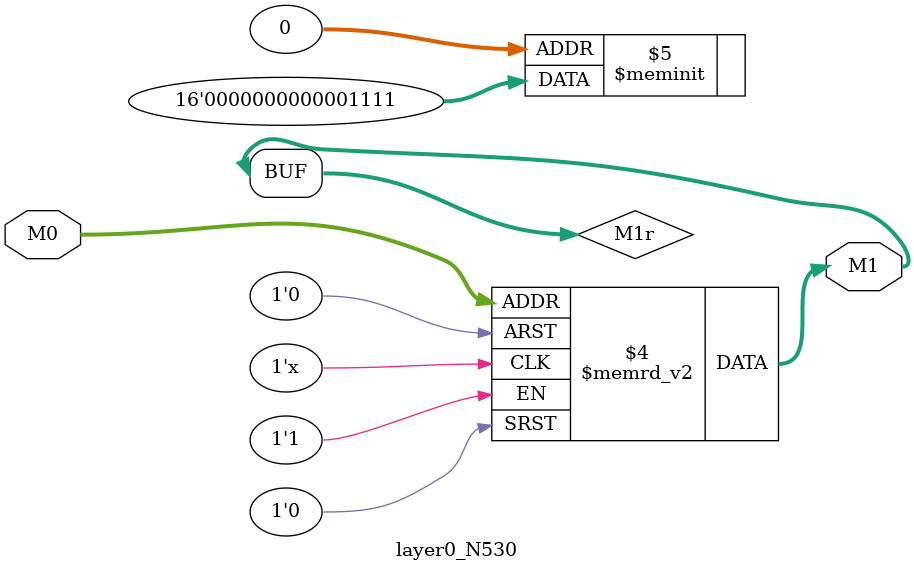
<source format=v>
module layer0_N530 ( input [2:0] M0, output [1:0] M1 );

	(*rom_style = "distributed" *) reg [1:0] M1r;
	assign M1 = M1r;
	always @ (M0) begin
		case (M0)
			3'b000: M1r = 2'b11;
			3'b100: M1r = 2'b00;
			3'b010: M1r = 2'b00;
			3'b110: M1r = 2'b00;
			3'b001: M1r = 2'b11;
			3'b101: M1r = 2'b00;
			3'b011: M1r = 2'b00;
			3'b111: M1r = 2'b00;

		endcase
	end
endmodule

</source>
